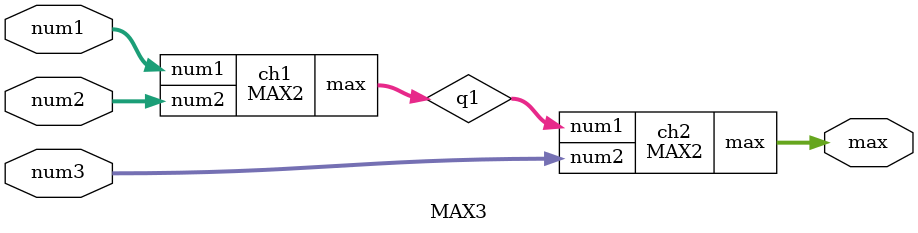
<source format=v>


module MAX2 (
    input      [7:0]            num1, num2,
    output reg [7:0]            max
);
always @(*) begin
    if (num1 > num2)
        max = num1;
    else
        max = num2;
end
endmodule

module MAX3 (
    input   [7:0]         num1, num2, num3,
    output  [7:0]         max
);
wire [7:0] q1;
// Your codes should start from here.
    MAX2 ch1(
        .num1(num1),
        .num2(num2),
        .max(q1)
    );

    MAX2 ch2(
        .num1(q1),
        .num2(num3),
        .max(max)
    );

// End of your codes.
endmodule
</source>
